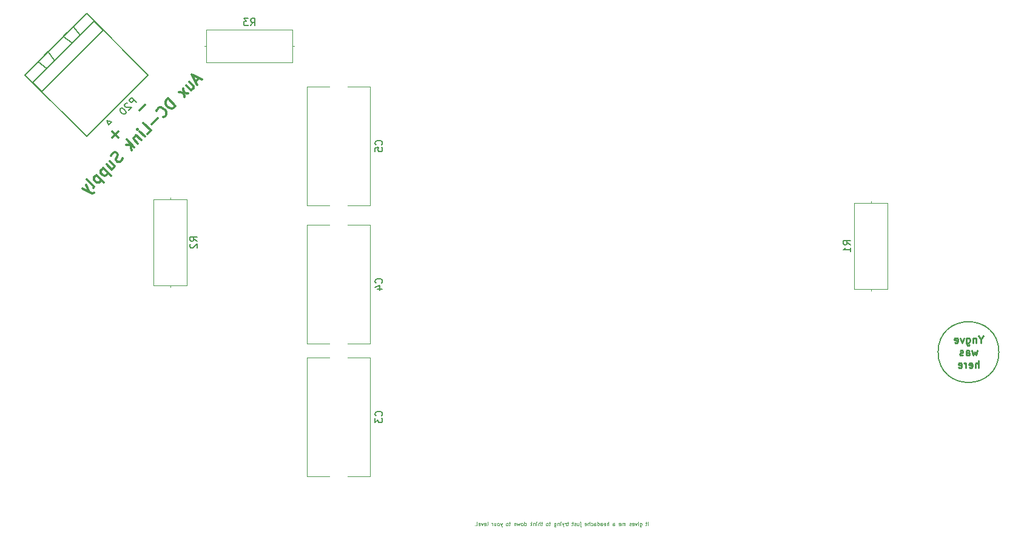
<source format=gbo>
G04 #@! TF.FileFunction,Legend,Bot*
%FSLAX46Y46*%
G04 Gerber Fmt 4.6, Leading zero omitted, Abs format (unit mm)*
G04 Created by KiCad (PCBNEW 4.0.6) date 2017 August 07, Monday 18:16:46*
%MOMM*%
%LPD*%
G01*
G04 APERTURE LIST*
%ADD10C,0.100000*%
%ADD11C,0.200000*%
%ADD12C,0.250000*%
%ADD13C,0.300000*%
%ADD14C,0.125000*%
%ADD15C,0.120000*%
%ADD16C,0.150000*%
G04 APERTURE END LIST*
D10*
D11*
X240242641Y-114000000D02*
G75*
G03X240242641Y-114000000I-4242641J0D01*
G01*
D12*
X237714286Y-112226190D02*
X237714286Y-112702381D01*
X238047619Y-111702381D02*
X237714286Y-112226190D01*
X237380952Y-111702381D01*
X237047619Y-112035714D02*
X237047619Y-112702381D01*
X237047619Y-112130952D02*
X237000000Y-112083333D01*
X236904762Y-112035714D01*
X236761904Y-112035714D01*
X236666666Y-112083333D01*
X236619047Y-112178571D01*
X236619047Y-112702381D01*
X235714285Y-112035714D02*
X235714285Y-112845238D01*
X235761904Y-112940476D01*
X235809523Y-112988095D01*
X235904762Y-113035714D01*
X236047619Y-113035714D01*
X236142857Y-112988095D01*
X235714285Y-112654762D02*
X235809523Y-112702381D01*
X236000000Y-112702381D01*
X236095238Y-112654762D01*
X236142857Y-112607143D01*
X236190476Y-112511905D01*
X236190476Y-112226190D01*
X236142857Y-112130952D01*
X236095238Y-112083333D01*
X236000000Y-112035714D01*
X235809523Y-112035714D01*
X235714285Y-112083333D01*
X235333333Y-112035714D02*
X235095238Y-112702381D01*
X234857142Y-112035714D01*
X234095237Y-112654762D02*
X234190475Y-112702381D01*
X234380952Y-112702381D01*
X234476190Y-112654762D01*
X234523809Y-112559524D01*
X234523809Y-112178571D01*
X234476190Y-112083333D01*
X234380952Y-112035714D01*
X234190475Y-112035714D01*
X234095237Y-112083333D01*
X234047618Y-112178571D01*
X234047618Y-112273810D01*
X234523809Y-112369048D01*
X237238095Y-113785714D02*
X237047619Y-114452381D01*
X236857142Y-113976190D01*
X236666666Y-114452381D01*
X236476190Y-113785714D01*
X235666666Y-114452381D02*
X235666666Y-113928571D01*
X235714285Y-113833333D01*
X235809523Y-113785714D01*
X236000000Y-113785714D01*
X236095238Y-113833333D01*
X235666666Y-114404762D02*
X235761904Y-114452381D01*
X236000000Y-114452381D01*
X236095238Y-114404762D01*
X236142857Y-114309524D01*
X236142857Y-114214286D01*
X236095238Y-114119048D01*
X236000000Y-114071429D01*
X235761904Y-114071429D01*
X235666666Y-114023810D01*
X235238095Y-114404762D02*
X235142857Y-114452381D01*
X234952381Y-114452381D01*
X234857142Y-114404762D01*
X234809523Y-114309524D01*
X234809523Y-114261905D01*
X234857142Y-114166667D01*
X234952381Y-114119048D01*
X235095238Y-114119048D01*
X235190476Y-114071429D01*
X235238095Y-113976190D01*
X235238095Y-113928571D01*
X235190476Y-113833333D01*
X235095238Y-113785714D01*
X234952381Y-113785714D01*
X234857142Y-113833333D01*
X237380953Y-116202381D02*
X237380953Y-115202381D01*
X236952381Y-116202381D02*
X236952381Y-115678571D01*
X237000000Y-115583333D01*
X237095238Y-115535714D01*
X237238096Y-115535714D01*
X237333334Y-115583333D01*
X237380953Y-115630952D01*
X236095238Y-116154762D02*
X236190476Y-116202381D01*
X236380953Y-116202381D01*
X236476191Y-116154762D01*
X236523810Y-116059524D01*
X236523810Y-115678571D01*
X236476191Y-115583333D01*
X236380953Y-115535714D01*
X236190476Y-115535714D01*
X236095238Y-115583333D01*
X236047619Y-115678571D01*
X236047619Y-115773810D01*
X236523810Y-115869048D01*
X235619048Y-116202381D02*
X235619048Y-115535714D01*
X235619048Y-115726190D02*
X235571429Y-115630952D01*
X235523810Y-115583333D01*
X235428572Y-115535714D01*
X235333333Y-115535714D01*
X234619047Y-116154762D02*
X234714285Y-116202381D01*
X234904762Y-116202381D01*
X235000000Y-116154762D01*
X235047619Y-116059524D01*
X235047619Y-115678571D01*
X235000000Y-115583333D01*
X234904762Y-115535714D01*
X234714285Y-115535714D01*
X234619047Y-115583333D01*
X234571428Y-115678571D01*
X234571428Y-115773810D01*
X235047619Y-115869048D01*
D13*
X121081043Y-79451358D02*
X120272921Y-80259480D01*
X117343479Y-83188922D02*
X116535357Y-83997044D01*
X117343479Y-83997043D02*
X116535357Y-83188921D01*
X128616782Y-75723894D02*
X128111705Y-76228970D01*
X129020842Y-75925924D02*
X127606629Y-75218817D01*
X128313736Y-76633031D01*
X126798507Y-76734046D02*
X127505614Y-77441153D01*
X127253075Y-76279477D02*
X127808660Y-76835062D01*
X127859168Y-76986584D01*
X127808659Y-77138107D01*
X127657137Y-77289630D01*
X127505614Y-77340137D01*
X127404599Y-77340137D01*
X127101552Y-77845214D02*
X125838862Y-77693691D01*
X126394446Y-77138107D02*
X126545969Y-78400798D01*
X125333785Y-79612981D02*
X124273125Y-78552321D01*
X124020587Y-78804859D01*
X123919573Y-79006889D01*
X123919572Y-79208920D01*
X123970080Y-79360443D01*
X124121603Y-79612982D01*
X124273125Y-79764504D01*
X124525664Y-79916027D01*
X124677187Y-79966535D01*
X124879218Y-79966534D01*
X125081247Y-79865519D01*
X125333785Y-79612981D01*
X123566018Y-81178718D02*
X123667034Y-81178718D01*
X123869065Y-81077702D01*
X123970080Y-80976687D01*
X124071095Y-80774657D01*
X124071096Y-80572626D01*
X124020588Y-80421104D01*
X123869065Y-80168565D01*
X123717542Y-80017042D01*
X123465003Y-79865519D01*
X123313481Y-79815011D01*
X123111450Y-79815012D01*
X122909420Y-79916026D01*
X122808404Y-80017042D01*
X122707389Y-80219073D01*
X122707389Y-80320088D01*
X122808404Y-81330241D02*
X122000282Y-82138363D01*
X121394190Y-83552576D02*
X121899267Y-83047500D01*
X120838606Y-81986840D01*
X121040637Y-83906130D02*
X120333530Y-83199023D01*
X119979977Y-82845469D02*
X120080992Y-82845469D01*
X120080992Y-82946485D01*
X119979977Y-82946485D01*
X119979977Y-82845469D01*
X120080992Y-82946485D01*
X119828454Y-83704099D02*
X120535560Y-84411206D01*
X119929469Y-83805115D02*
X119828454Y-83805114D01*
X119676930Y-83855622D01*
X119525408Y-84007145D01*
X119474901Y-84158668D01*
X119525408Y-84310191D01*
X120080992Y-84865775D01*
X119575915Y-85370851D02*
X118515255Y-84310191D01*
X119070840Y-85067806D02*
X119171855Y-85774912D01*
X118464748Y-85067805D02*
X119272870Y-85067806D01*
X117909164Y-86936588D02*
X117808148Y-87138618D01*
X117555610Y-87391156D01*
X117404088Y-87441664D01*
X117303072Y-87441664D01*
X117151549Y-87391156D01*
X117050534Y-87290141D01*
X117000026Y-87138619D01*
X117000026Y-87037603D01*
X117050534Y-86886080D01*
X117202057Y-86633542D01*
X117252565Y-86482019D01*
X117252565Y-86381004D01*
X117202057Y-86229481D01*
X117101042Y-86128466D01*
X116949519Y-86077959D01*
X116848504Y-86077958D01*
X116696980Y-86128466D01*
X116444443Y-86381003D01*
X116343428Y-86583034D01*
X115737336Y-87795217D02*
X116444443Y-88502324D01*
X116191904Y-87340648D02*
X116747489Y-87896233D01*
X116797997Y-88047755D01*
X116747488Y-88199278D01*
X116595966Y-88350801D01*
X116444443Y-88401308D01*
X116343428Y-88401308D01*
X115232259Y-88300293D02*
X116292920Y-89360953D01*
X115282767Y-88350801D02*
X115131244Y-88401308D01*
X114929214Y-88603339D01*
X114878707Y-88754862D01*
X114878707Y-88855878D01*
X114929214Y-89007401D01*
X115232259Y-89310446D01*
X115383783Y-89360953D01*
X115484798Y-89360953D01*
X115636321Y-89310446D01*
X115838351Y-89108415D01*
X115888859Y-88956893D01*
X114272614Y-89259938D02*
X115333275Y-90320599D01*
X114323122Y-89310446D02*
X114171599Y-89360953D01*
X113969569Y-89562984D01*
X113919062Y-89714507D01*
X113919062Y-89815523D01*
X113969569Y-89967046D01*
X114272614Y-90270091D01*
X114424137Y-90320599D01*
X114525153Y-90320599D01*
X114676676Y-90270091D01*
X114878706Y-90068060D01*
X114929214Y-89916538D01*
X113868553Y-91078213D02*
X113919062Y-90926690D01*
X113868554Y-90775168D01*
X112959416Y-89866030D01*
X112858401Y-90674152D02*
X113312969Y-91633797D01*
X112353325Y-91179228D02*
X113312969Y-91633797D01*
X113666523Y-91785319D01*
X113767539Y-91785320D01*
X113919061Y-91734812D01*
D14*
X191261899Y-138226190D02*
X191261899Y-137726190D01*
X191095233Y-137892857D02*
X190904757Y-137892857D01*
X191023804Y-137726190D02*
X191023804Y-138154762D01*
X190999995Y-138202381D01*
X190952376Y-138226190D01*
X190904757Y-138226190D01*
X190142853Y-137892857D02*
X190142853Y-138297619D01*
X190166662Y-138345238D01*
X190190472Y-138369048D01*
X190238091Y-138392857D01*
X190309519Y-138392857D01*
X190357138Y-138369048D01*
X190142853Y-138202381D02*
X190190472Y-138226190D01*
X190285710Y-138226190D01*
X190333329Y-138202381D01*
X190357138Y-138178571D01*
X190380948Y-138130952D01*
X190380948Y-137988095D01*
X190357138Y-137940476D01*
X190333329Y-137916667D01*
X190285710Y-137892857D01*
X190190472Y-137892857D01*
X190142853Y-137916667D01*
X189904757Y-138226190D02*
X189904757Y-137892857D01*
X189904757Y-137726190D02*
X189928567Y-137750000D01*
X189904757Y-137773810D01*
X189880948Y-137750000D01*
X189904757Y-137726190D01*
X189904757Y-137773810D01*
X189714281Y-137892857D02*
X189595234Y-138226190D01*
X189476186Y-137892857D01*
X189095234Y-138202381D02*
X189142853Y-138226190D01*
X189238091Y-138226190D01*
X189285710Y-138202381D01*
X189309520Y-138154762D01*
X189309520Y-137964286D01*
X189285710Y-137916667D01*
X189238091Y-137892857D01*
X189142853Y-137892857D01*
X189095234Y-137916667D01*
X189071425Y-137964286D01*
X189071425Y-138011905D01*
X189309520Y-138059524D01*
X188880949Y-138202381D02*
X188833330Y-138226190D01*
X188738092Y-138226190D01*
X188690473Y-138202381D01*
X188666663Y-138154762D01*
X188666663Y-138130952D01*
X188690473Y-138083333D01*
X188738092Y-138059524D01*
X188809520Y-138059524D01*
X188857139Y-138035714D01*
X188880949Y-137988095D01*
X188880949Y-137964286D01*
X188857139Y-137916667D01*
X188809520Y-137892857D01*
X188738092Y-137892857D01*
X188690473Y-137916667D01*
X188071425Y-138226190D02*
X188071425Y-137892857D01*
X188071425Y-137940476D02*
X188047616Y-137916667D01*
X187999997Y-137892857D01*
X187928568Y-137892857D01*
X187880949Y-137916667D01*
X187857140Y-137964286D01*
X187857140Y-138226190D01*
X187857140Y-137964286D02*
X187833330Y-137916667D01*
X187785711Y-137892857D01*
X187714283Y-137892857D01*
X187666663Y-137916667D01*
X187642854Y-137964286D01*
X187642854Y-138226190D01*
X187214282Y-138202381D02*
X187261901Y-138226190D01*
X187357139Y-138226190D01*
X187404758Y-138202381D01*
X187428568Y-138154762D01*
X187428568Y-137964286D01*
X187404758Y-137916667D01*
X187357139Y-137892857D01*
X187261901Y-137892857D01*
X187214282Y-137916667D01*
X187190473Y-137964286D01*
X187190473Y-138011905D01*
X187428568Y-138059524D01*
X186380950Y-138226190D02*
X186380950Y-137964286D01*
X186404759Y-137916667D01*
X186452378Y-137892857D01*
X186547616Y-137892857D01*
X186595235Y-137916667D01*
X186380950Y-138202381D02*
X186428569Y-138226190D01*
X186547616Y-138226190D01*
X186595235Y-138202381D01*
X186619045Y-138154762D01*
X186619045Y-138107143D01*
X186595235Y-138059524D01*
X186547616Y-138035714D01*
X186428569Y-138035714D01*
X186380950Y-138011905D01*
X185761902Y-138226190D02*
X185761902Y-137726190D01*
X185547617Y-138226190D02*
X185547617Y-137964286D01*
X185571426Y-137916667D01*
X185619045Y-137892857D01*
X185690474Y-137892857D01*
X185738093Y-137916667D01*
X185761902Y-137940476D01*
X185119045Y-138202381D02*
X185166664Y-138226190D01*
X185261902Y-138226190D01*
X185309521Y-138202381D01*
X185333331Y-138154762D01*
X185333331Y-137964286D01*
X185309521Y-137916667D01*
X185261902Y-137892857D01*
X185166664Y-137892857D01*
X185119045Y-137916667D01*
X185095236Y-137964286D01*
X185095236Y-138011905D01*
X185333331Y-138059524D01*
X184666665Y-138226190D02*
X184666665Y-137964286D01*
X184690474Y-137916667D01*
X184738093Y-137892857D01*
X184833331Y-137892857D01*
X184880950Y-137916667D01*
X184666665Y-138202381D02*
X184714284Y-138226190D01*
X184833331Y-138226190D01*
X184880950Y-138202381D01*
X184904760Y-138154762D01*
X184904760Y-138107143D01*
X184880950Y-138059524D01*
X184833331Y-138035714D01*
X184714284Y-138035714D01*
X184666665Y-138011905D01*
X184214284Y-138226190D02*
X184214284Y-137726190D01*
X184214284Y-138202381D02*
X184261903Y-138226190D01*
X184357141Y-138226190D01*
X184404760Y-138202381D01*
X184428569Y-138178571D01*
X184452379Y-138130952D01*
X184452379Y-137988095D01*
X184428569Y-137940476D01*
X184404760Y-137916667D01*
X184357141Y-137892857D01*
X184261903Y-137892857D01*
X184214284Y-137916667D01*
X183761903Y-138226190D02*
X183761903Y-137964286D01*
X183785712Y-137916667D01*
X183833331Y-137892857D01*
X183928569Y-137892857D01*
X183976188Y-137916667D01*
X183761903Y-138202381D02*
X183809522Y-138226190D01*
X183928569Y-138226190D01*
X183976188Y-138202381D01*
X183999998Y-138154762D01*
X183999998Y-138107143D01*
X183976188Y-138059524D01*
X183928569Y-138035714D01*
X183809522Y-138035714D01*
X183761903Y-138011905D01*
X183309522Y-138202381D02*
X183357141Y-138226190D01*
X183452379Y-138226190D01*
X183499998Y-138202381D01*
X183523807Y-138178571D01*
X183547617Y-138130952D01*
X183547617Y-137988095D01*
X183523807Y-137940476D01*
X183499998Y-137916667D01*
X183452379Y-137892857D01*
X183357141Y-137892857D01*
X183309522Y-137916667D01*
X183095236Y-138226190D02*
X183095236Y-137726190D01*
X182880951Y-138226190D02*
X182880951Y-137964286D01*
X182904760Y-137916667D01*
X182952379Y-137892857D01*
X183023808Y-137892857D01*
X183071427Y-137916667D01*
X183095236Y-137940476D01*
X182452379Y-138202381D02*
X182499998Y-138226190D01*
X182595236Y-138226190D01*
X182642855Y-138202381D01*
X182666665Y-138154762D01*
X182666665Y-137964286D01*
X182642855Y-137916667D01*
X182595236Y-137892857D01*
X182499998Y-137892857D01*
X182452379Y-137916667D01*
X182428570Y-137964286D01*
X182428570Y-138011905D01*
X182666665Y-138059524D01*
X181833332Y-137892857D02*
X181833332Y-138321429D01*
X181857142Y-138369048D01*
X181904761Y-138392857D01*
X181928570Y-138392857D01*
X181833332Y-137726190D02*
X181857142Y-137750000D01*
X181833332Y-137773810D01*
X181809523Y-137750000D01*
X181833332Y-137726190D01*
X181833332Y-137773810D01*
X181380952Y-137892857D02*
X181380952Y-138226190D01*
X181595237Y-137892857D02*
X181595237Y-138154762D01*
X181571428Y-138202381D01*
X181523809Y-138226190D01*
X181452380Y-138226190D01*
X181404761Y-138202381D01*
X181380952Y-138178571D01*
X181166666Y-138202381D02*
X181119047Y-138226190D01*
X181023809Y-138226190D01*
X180976190Y-138202381D01*
X180952380Y-138154762D01*
X180952380Y-138130952D01*
X180976190Y-138083333D01*
X181023809Y-138059524D01*
X181095237Y-138059524D01*
X181142856Y-138035714D01*
X181166666Y-137988095D01*
X181166666Y-137964286D01*
X181142856Y-137916667D01*
X181095237Y-137892857D01*
X181023809Y-137892857D01*
X180976190Y-137916667D01*
X180809523Y-137892857D02*
X180619047Y-137892857D01*
X180738094Y-137726190D02*
X180738094Y-138154762D01*
X180714285Y-138202381D01*
X180666666Y-138226190D01*
X180619047Y-138226190D01*
X180142857Y-137892857D02*
X179952381Y-137892857D01*
X180071428Y-137726190D02*
X180071428Y-138154762D01*
X180047619Y-138202381D01*
X180000000Y-138226190D01*
X179952381Y-138226190D01*
X179785714Y-138226190D02*
X179785714Y-137892857D01*
X179785714Y-137988095D02*
X179761905Y-137940476D01*
X179738095Y-137916667D01*
X179690476Y-137892857D01*
X179642857Y-137892857D01*
X179523809Y-137892857D02*
X179404762Y-138226190D01*
X179285714Y-137892857D02*
X179404762Y-138226190D01*
X179452381Y-138345238D01*
X179476190Y-138369048D01*
X179523809Y-138392857D01*
X179095238Y-138226190D02*
X179095238Y-137892857D01*
X179095238Y-137726190D02*
X179119048Y-137750000D01*
X179095238Y-137773810D01*
X179071429Y-137750000D01*
X179095238Y-137726190D01*
X179095238Y-137773810D01*
X178857143Y-137892857D02*
X178857143Y-138226190D01*
X178857143Y-137940476D02*
X178833334Y-137916667D01*
X178785715Y-137892857D01*
X178714286Y-137892857D01*
X178666667Y-137916667D01*
X178642858Y-137964286D01*
X178642858Y-138226190D01*
X178190477Y-137892857D02*
X178190477Y-138297619D01*
X178214286Y-138345238D01*
X178238096Y-138369048D01*
X178285715Y-138392857D01*
X178357143Y-138392857D01*
X178404762Y-138369048D01*
X178190477Y-138202381D02*
X178238096Y-138226190D01*
X178333334Y-138226190D01*
X178380953Y-138202381D01*
X178404762Y-138178571D01*
X178428572Y-138130952D01*
X178428572Y-137988095D01*
X178404762Y-137940476D01*
X178380953Y-137916667D01*
X178333334Y-137892857D01*
X178238096Y-137892857D01*
X178190477Y-137916667D01*
X177642858Y-137892857D02*
X177452382Y-137892857D01*
X177571429Y-137726190D02*
X177571429Y-138154762D01*
X177547620Y-138202381D01*
X177500001Y-138226190D01*
X177452382Y-138226190D01*
X177214287Y-138226190D02*
X177261906Y-138202381D01*
X177285715Y-138178571D01*
X177309525Y-138130952D01*
X177309525Y-137988095D01*
X177285715Y-137940476D01*
X177261906Y-137916667D01*
X177214287Y-137892857D01*
X177142858Y-137892857D01*
X177095239Y-137916667D01*
X177071430Y-137940476D01*
X177047620Y-137988095D01*
X177047620Y-138130952D01*
X177071430Y-138178571D01*
X177095239Y-138202381D01*
X177142858Y-138226190D01*
X177214287Y-138226190D01*
X176523811Y-137892857D02*
X176333335Y-137892857D01*
X176452382Y-137726190D02*
X176452382Y-138154762D01*
X176428573Y-138202381D01*
X176380954Y-138226190D01*
X176333335Y-138226190D01*
X176166668Y-138226190D02*
X176166668Y-137726190D01*
X175952383Y-138226190D02*
X175952383Y-137964286D01*
X175976192Y-137916667D01*
X176023811Y-137892857D01*
X176095240Y-137892857D01*
X176142859Y-137916667D01*
X176166668Y-137940476D01*
X175714287Y-138226190D02*
X175714287Y-137892857D01*
X175714287Y-137726190D02*
X175738097Y-137750000D01*
X175714287Y-137773810D01*
X175690478Y-137750000D01*
X175714287Y-137726190D01*
X175714287Y-137773810D01*
X175476192Y-137892857D02*
X175476192Y-138226190D01*
X175476192Y-137940476D02*
X175452383Y-137916667D01*
X175404764Y-137892857D01*
X175333335Y-137892857D01*
X175285716Y-137916667D01*
X175261907Y-137964286D01*
X175261907Y-138226190D01*
X175023811Y-138226190D02*
X175023811Y-137726190D01*
X174976192Y-138035714D02*
X174833335Y-138226190D01*
X174833335Y-137892857D02*
X175023811Y-138083333D01*
X174023812Y-138226190D02*
X174023812Y-137726190D01*
X174023812Y-138202381D02*
X174071431Y-138226190D01*
X174166669Y-138226190D01*
X174214288Y-138202381D01*
X174238097Y-138178571D01*
X174261907Y-138130952D01*
X174261907Y-137988095D01*
X174238097Y-137940476D01*
X174214288Y-137916667D01*
X174166669Y-137892857D01*
X174071431Y-137892857D01*
X174023812Y-137916667D01*
X173714288Y-138226190D02*
X173761907Y-138202381D01*
X173785716Y-138178571D01*
X173809526Y-138130952D01*
X173809526Y-137988095D01*
X173785716Y-137940476D01*
X173761907Y-137916667D01*
X173714288Y-137892857D01*
X173642859Y-137892857D01*
X173595240Y-137916667D01*
X173571431Y-137940476D01*
X173547621Y-137988095D01*
X173547621Y-138130952D01*
X173571431Y-138178571D01*
X173595240Y-138202381D01*
X173642859Y-138226190D01*
X173714288Y-138226190D01*
X173380954Y-137892857D02*
X173285716Y-138226190D01*
X173190478Y-137988095D01*
X173095240Y-138226190D01*
X173000002Y-137892857D01*
X172809525Y-137892857D02*
X172809525Y-138226190D01*
X172809525Y-137940476D02*
X172785716Y-137916667D01*
X172738097Y-137892857D01*
X172666668Y-137892857D01*
X172619049Y-137916667D01*
X172595240Y-137964286D01*
X172595240Y-138226190D01*
X172047621Y-137892857D02*
X171857145Y-137892857D01*
X171976192Y-137726190D02*
X171976192Y-138154762D01*
X171952383Y-138202381D01*
X171904764Y-138226190D01*
X171857145Y-138226190D01*
X171619050Y-138226190D02*
X171666669Y-138202381D01*
X171690478Y-138178571D01*
X171714288Y-138130952D01*
X171714288Y-137988095D01*
X171690478Y-137940476D01*
X171666669Y-137916667D01*
X171619050Y-137892857D01*
X171547621Y-137892857D01*
X171500002Y-137916667D01*
X171476193Y-137940476D01*
X171452383Y-137988095D01*
X171452383Y-138130952D01*
X171476193Y-138178571D01*
X171500002Y-138202381D01*
X171547621Y-138226190D01*
X171619050Y-138226190D01*
X170904764Y-137892857D02*
X170785717Y-138226190D01*
X170666669Y-137892857D02*
X170785717Y-138226190D01*
X170833336Y-138345238D01*
X170857145Y-138369048D01*
X170904764Y-138392857D01*
X170404765Y-138226190D02*
X170452384Y-138202381D01*
X170476193Y-138178571D01*
X170500003Y-138130952D01*
X170500003Y-137988095D01*
X170476193Y-137940476D01*
X170452384Y-137916667D01*
X170404765Y-137892857D01*
X170333336Y-137892857D01*
X170285717Y-137916667D01*
X170261908Y-137940476D01*
X170238098Y-137988095D01*
X170238098Y-138130952D01*
X170261908Y-138178571D01*
X170285717Y-138202381D01*
X170333336Y-138226190D01*
X170404765Y-138226190D01*
X169809527Y-137892857D02*
X169809527Y-138226190D01*
X170023812Y-137892857D02*
X170023812Y-138154762D01*
X170000003Y-138202381D01*
X169952384Y-138226190D01*
X169880955Y-138226190D01*
X169833336Y-138202381D01*
X169809527Y-138178571D01*
X169571431Y-138226190D02*
X169571431Y-137892857D01*
X169571431Y-137988095D02*
X169547622Y-137940476D01*
X169523812Y-137916667D01*
X169476193Y-137892857D01*
X169428574Y-137892857D01*
X168809527Y-138226190D02*
X168857146Y-138202381D01*
X168880955Y-138154762D01*
X168880955Y-137726190D01*
X168428574Y-138202381D02*
X168476193Y-138226190D01*
X168571431Y-138226190D01*
X168619050Y-138202381D01*
X168642860Y-138154762D01*
X168642860Y-137964286D01*
X168619050Y-137916667D01*
X168571431Y-137892857D01*
X168476193Y-137892857D01*
X168428574Y-137916667D01*
X168404765Y-137964286D01*
X168404765Y-138011905D01*
X168642860Y-138059524D01*
X168238098Y-137892857D02*
X168119051Y-138226190D01*
X168000003Y-137892857D01*
X167619051Y-138202381D02*
X167666670Y-138226190D01*
X167761908Y-138226190D01*
X167809527Y-138202381D01*
X167833337Y-138154762D01*
X167833337Y-137964286D01*
X167809527Y-137916667D01*
X167761908Y-137892857D01*
X167666670Y-137892857D01*
X167619051Y-137916667D01*
X167595242Y-137964286D01*
X167595242Y-138011905D01*
X167833337Y-138059524D01*
X167309528Y-138226190D02*
X167357147Y-138202381D01*
X167380956Y-138154762D01*
X167380956Y-137726190D01*
X167119051Y-138178571D02*
X167095242Y-138202381D01*
X167119051Y-138226190D01*
X167142861Y-138202381D01*
X167119051Y-138178571D01*
X167119051Y-138226190D01*
D15*
X152492000Y-131366000D02*
X152492000Y-114746000D01*
X143672000Y-131366000D02*
X143672000Y-114746000D01*
X152492000Y-131366000D02*
X149378000Y-131366000D01*
X146786000Y-131366000D02*
X143672000Y-131366000D01*
X152492000Y-114746000D02*
X149378000Y-114746000D01*
X146786000Y-114746000D02*
X143672000Y-114746000D01*
X152492000Y-112824000D02*
X152492000Y-96204000D01*
X143672000Y-112824000D02*
X143672000Y-96204000D01*
X152492000Y-112824000D02*
X149378000Y-112824000D01*
X146786000Y-112824000D02*
X143672000Y-112824000D01*
X152492000Y-96204000D02*
X149378000Y-96204000D01*
X146786000Y-96204000D02*
X143672000Y-96204000D01*
X152492000Y-93520000D02*
X152492000Y-76900000D01*
X143672000Y-93520000D02*
X143672000Y-76900000D01*
X152492000Y-93520000D02*
X149378000Y-93520000D01*
X146786000Y-93520000D02*
X143672000Y-93520000D01*
X152492000Y-76900000D02*
X149378000Y-76900000D01*
X146786000Y-76900000D02*
X143672000Y-76900000D01*
X220067000Y-93177000D02*
X224687000Y-93177000D01*
X224687000Y-93177000D02*
X224687000Y-105197000D01*
X224687000Y-105197000D02*
X220067000Y-105197000D01*
X220067000Y-105197000D02*
X220067000Y-93177000D01*
X222377000Y-92947000D02*
X222377000Y-93177000D01*
X222377000Y-105427000D02*
X222377000Y-105197000D01*
X126897000Y-104689000D02*
X122277000Y-104689000D01*
X122277000Y-104689000D02*
X122277000Y-92669000D01*
X122277000Y-92669000D02*
X126897000Y-92669000D01*
X126897000Y-92669000D02*
X126897000Y-104689000D01*
X124587000Y-104919000D02*
X124587000Y-104689000D01*
X124587000Y-92439000D02*
X124587000Y-92669000D01*
X141646000Y-68937000D02*
X141646000Y-73557000D01*
X141646000Y-73557000D02*
X129626000Y-73557000D01*
X129626000Y-73557000D02*
X129626000Y-68937000D01*
X129626000Y-68937000D02*
X141646000Y-68937000D01*
X141876000Y-71247000D02*
X141646000Y-71247000D01*
X129396000Y-71247000D02*
X129626000Y-71247000D01*
D16*
X112909140Y-83885224D02*
X104310721Y-75286806D01*
X104310721Y-75286806D02*
X112909140Y-66688387D01*
X112909140Y-66688387D02*
X121507558Y-75286806D01*
X121507558Y-75286806D02*
X112909140Y-83885224D01*
X105371382Y-76347466D02*
X106644174Y-77620258D01*
X106644174Y-77620258D02*
X115242592Y-69021840D01*
X115242592Y-69021840D02*
X113969800Y-67749048D01*
X113969800Y-67749048D02*
X105371382Y-76347466D01*
X106135057Y-73462470D02*
X107549270Y-72048257D01*
X107549270Y-72048257D02*
X108433154Y-73285694D01*
X108433154Y-73285694D02*
X107372494Y-74346354D01*
X107372494Y-74346354D02*
X106135057Y-73462470D01*
X109670591Y-69926937D02*
X111084804Y-68512723D01*
X111084804Y-68512723D02*
X111968688Y-69750160D01*
X111968688Y-69750160D02*
X110908028Y-70810820D01*
X110908028Y-70810820D02*
X109670591Y-69926937D01*
X115737567Y-81650767D02*
X116373963Y-81862899D01*
X116373963Y-81862899D02*
X115949699Y-82287163D01*
X115949699Y-82287163D02*
X115737567Y-81650767D01*
X154099143Y-122889334D02*
X154146762Y-122841715D01*
X154194381Y-122698858D01*
X154194381Y-122603620D01*
X154146762Y-122460762D01*
X154051524Y-122365524D01*
X153956286Y-122317905D01*
X153765810Y-122270286D01*
X153622952Y-122270286D01*
X153432476Y-122317905D01*
X153337238Y-122365524D01*
X153242000Y-122460762D01*
X153194381Y-122603620D01*
X153194381Y-122698858D01*
X153242000Y-122841715D01*
X153289619Y-122889334D01*
X153194381Y-123222667D02*
X153194381Y-123841715D01*
X153575333Y-123508381D01*
X153575333Y-123651239D01*
X153622952Y-123746477D01*
X153670571Y-123794096D01*
X153765810Y-123841715D01*
X154003905Y-123841715D01*
X154099143Y-123794096D01*
X154146762Y-123746477D01*
X154194381Y-123651239D01*
X154194381Y-123365524D01*
X154146762Y-123270286D01*
X154099143Y-123222667D01*
X154099143Y-104347334D02*
X154146762Y-104299715D01*
X154194381Y-104156858D01*
X154194381Y-104061620D01*
X154146762Y-103918762D01*
X154051524Y-103823524D01*
X153956286Y-103775905D01*
X153765810Y-103728286D01*
X153622952Y-103728286D01*
X153432476Y-103775905D01*
X153337238Y-103823524D01*
X153242000Y-103918762D01*
X153194381Y-104061620D01*
X153194381Y-104156858D01*
X153242000Y-104299715D01*
X153289619Y-104347334D01*
X153527714Y-105204477D02*
X154194381Y-105204477D01*
X153146762Y-104966381D02*
X153861048Y-104728286D01*
X153861048Y-105347334D01*
X154099143Y-85043334D02*
X154146762Y-84995715D01*
X154194381Y-84852858D01*
X154194381Y-84757620D01*
X154146762Y-84614762D01*
X154051524Y-84519524D01*
X153956286Y-84471905D01*
X153765810Y-84424286D01*
X153622952Y-84424286D01*
X153432476Y-84471905D01*
X153337238Y-84519524D01*
X153242000Y-84614762D01*
X153194381Y-84757620D01*
X153194381Y-84852858D01*
X153242000Y-84995715D01*
X153289619Y-85043334D01*
X153194381Y-85948096D02*
X153194381Y-85471905D01*
X153670571Y-85424286D01*
X153622952Y-85471905D01*
X153575333Y-85567143D01*
X153575333Y-85805239D01*
X153622952Y-85900477D01*
X153670571Y-85948096D01*
X153765810Y-85995715D01*
X154003905Y-85995715D01*
X154099143Y-85948096D01*
X154146762Y-85900477D01*
X154194381Y-85805239D01*
X154194381Y-85567143D01*
X154146762Y-85471905D01*
X154099143Y-85424286D01*
X219519381Y-99020334D02*
X219043190Y-98687000D01*
X219519381Y-98448905D02*
X218519381Y-98448905D01*
X218519381Y-98829858D01*
X218567000Y-98925096D01*
X218614619Y-98972715D01*
X218709857Y-99020334D01*
X218852714Y-99020334D01*
X218947952Y-98972715D01*
X218995571Y-98925096D01*
X219043190Y-98829858D01*
X219043190Y-98448905D01*
X219519381Y-99972715D02*
X219519381Y-99401286D01*
X219519381Y-99687000D02*
X218519381Y-99687000D01*
X218662238Y-99591762D01*
X218757476Y-99496524D01*
X218805095Y-99401286D01*
X128349381Y-98512334D02*
X127873190Y-98179000D01*
X128349381Y-97940905D02*
X127349381Y-97940905D01*
X127349381Y-98321858D01*
X127397000Y-98417096D01*
X127444619Y-98464715D01*
X127539857Y-98512334D01*
X127682714Y-98512334D01*
X127777952Y-98464715D01*
X127825571Y-98417096D01*
X127873190Y-98321858D01*
X127873190Y-97940905D01*
X127444619Y-98893286D02*
X127397000Y-98940905D01*
X127349381Y-99036143D01*
X127349381Y-99274239D01*
X127397000Y-99369477D01*
X127444619Y-99417096D01*
X127539857Y-99464715D01*
X127635095Y-99464715D01*
X127777952Y-99417096D01*
X128349381Y-98845667D01*
X128349381Y-99464715D01*
X135802666Y-68389381D02*
X136136000Y-67913190D01*
X136374095Y-68389381D02*
X136374095Y-67389381D01*
X135993142Y-67389381D01*
X135897904Y-67437000D01*
X135850285Y-67484619D01*
X135802666Y-67579857D01*
X135802666Y-67722714D01*
X135850285Y-67817952D01*
X135897904Y-67865571D01*
X135993142Y-67913190D01*
X136374095Y-67913190D01*
X135469333Y-67389381D02*
X134850285Y-67389381D01*
X135183619Y-67770333D01*
X135040761Y-67770333D01*
X134945523Y-67817952D01*
X134897904Y-67865571D01*
X134850285Y-67960810D01*
X134850285Y-68198905D01*
X134897904Y-68294143D01*
X134945523Y-68341762D01*
X135040761Y-68389381D01*
X135326476Y-68389381D01*
X135421714Y-68341762D01*
X135469333Y-68294143D01*
X119885927Y-79132120D02*
X119178820Y-78425013D01*
X118909445Y-78694387D01*
X118875774Y-78795403D01*
X118875774Y-78862746D01*
X118909445Y-78963761D01*
X119010460Y-79064776D01*
X119111476Y-79098448D01*
X119178819Y-79098448D01*
X119279834Y-79064776D01*
X119549209Y-78795402D01*
X118572728Y-79165792D02*
X118505385Y-79165792D01*
X118404370Y-79199463D01*
X118236010Y-79367823D01*
X118202339Y-79468838D01*
X118202339Y-79536181D01*
X118236010Y-79637196D01*
X118303354Y-79704540D01*
X118438041Y-79771883D01*
X119246163Y-79771883D01*
X118808430Y-80209616D01*
X117663591Y-79940242D02*
X117596247Y-80007586D01*
X117562575Y-80108601D01*
X117562575Y-80175944D01*
X117596247Y-80276960D01*
X117697262Y-80445318D01*
X117865621Y-80613678D01*
X118033980Y-80714693D01*
X118134995Y-80748364D01*
X118202339Y-80748364D01*
X118303354Y-80714693D01*
X118370698Y-80647349D01*
X118404370Y-80546333D01*
X118404370Y-80478990D01*
X118370698Y-80377975D01*
X118269683Y-80209616D01*
X118101323Y-80041257D01*
X117932965Y-79940242D01*
X117831950Y-79906570D01*
X117764606Y-79906570D01*
X117663591Y-79940242D01*
M02*

</source>
